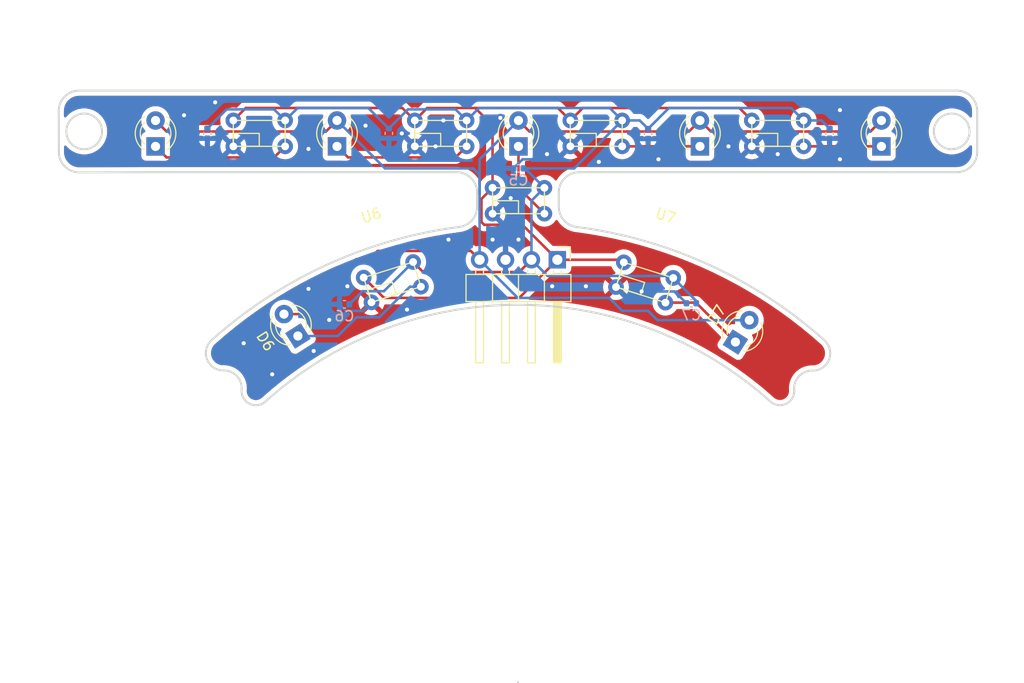
<source format=kicad_pcb>
(kicad_pcb (version 20211014) (generator pcbnew)
  (layers (0 "F.Cu" signal) (31 "B.Cu" signal) (34 "B.Paste" user) (35 "F.Paste" user) (36 "B.SilkS" user "B.Silkscreen") (37 "F.SilkS" user "F.Silkscreen") (38 "B.Mask" user) (39 "F.Mask" user) (44 "Edge.Cuts" user))
  (net 0 "")
  (net 1 "Net-(C1-Pad1)")
  (net 2 "Net-(C1-Pad2)")
  (net 3 "Net-(D1-Pad1)")
  (net 4 "Net-(D1-Pad2)")
  (net 5 "Net-(D2-Pad1)")
  (net 6 "Net-(D3-Pad1)")
  (net 7 "Net-(D4-Pad1)")
  (net 8 "Net-(D5-Pad1)")
  (net 9 "Net-(D6-Pad1)")
  (net 10 "Net-(U7-Pad1)")
  (net 11 "Net-(J1-Pad1)")
  (footprint "Line_sennsor:Line_sennsor" (layer "F.Cu") (at 166.667706 103.556395 -17.5)
    (fp_text reference "U7" (at 0 -0.5 -17.5 unlocked) (layer "F.SilkS"))
    (fp_text value "Line_sennsor")
    (fp_rect (start -2.54 6.35) (end 0 7.62) (layer "F.SilkS") (width 0.12) (fill none))
    (fp_rect (start -2.54 5.08) (end 2.54 7.62) (layer "F.SilkS") (width 0.12) (fill none))
    (pad "1" thru_hole circle (at 2.54 7.62 342.5) (size 1.524 1.524) (drill 0.762) (layers *.Cu *.Mask) (net 10 "Net-(U7-Pad1)"))
    (pad "2" thru_hole circle (at 2.54 5.08 342.5) (size 1.524 1.524) (drill 0.762) (layers *.Cu *.Mask) (net 2 "Net-(C1-Pad2)"))
    (pad "3" thru_hole circle (at -2.54 5.08 342.5) (size 1.524 1.524) (drill 0.762) (layers *.Cu *.Mask) (net 11 "Net-(J1-Pad1)"))
    (pad "4" thru_hole circle (at -2.54 7.62 342.5) (size 1.524 1.524) (drill 0.762) (layers *.Cu *.Mask) (net 1 "Net-(C1-Pad1)"))
  )
  (footprint "LED_THT:LED_D3.0mm_Clear" (layer "F.Cu") (at 134.62 96.266 90)
    (fp_text reference "D2" hide)
    (fp_text value "LED")
    (fp_line (start -0.29 1.08) (end -0.29 1.236) (layer "F.SilkS") (width 0.12))
    (fp_line (start -0.29 -1.236) (end -0.29 -1.08) (layer "F.SilkS") (width 0.12))
    (fp_arc (start 0.229039 -1.08) (mid 1.270117 -1.5) (end 2.31113 -1.079837) (layer "F.SilkS") (width 0.12))
    (fp_arc (start 2.31113 1.079837) (mid 1.270117 1.5) (end 0.229039 1.08) (layer "F.SilkS") (width 0.12))
    (fp_arc (start 2.942335 1.078608) (mid 1.366487 1.987659) (end -0.29 1.235516) (layer "F.SilkS") (width 0.12))
    (fp_arc (start -0.29 -1.235516) (mid 1.366487 -1.987659) (end 2.942335 -1.078608) (layer "F.SilkS") (width 0.12))
    (pad "1" thru_hole rect (at 0 0 90) (size 1.8 1.8) (drill 0.9) (layers *.Cu *.Mask) (net 5 "Net-(D2-Pad1)"))
    (pad "2" thru_hole circle (at 2.54 0 90) (size 1.8 1.8) (drill 0.9) (layers *.Cu *.Mask) (net 4 "Net-(D1-Pad2)"))
  )
  (footprint "Connector_PinHeader_2.54mm:PinHeader_1x04_P2.54mm_Horizontal" (layer "F.Cu") (at 156.21 107.385 -90)
    (fp_text reference "J1" hide)
    (fp_text value "Conn_01x04_Female")
    (fp_line (start 1.042929 2.16) (end 1.44 2.16) (layer "F.SilkS") (width 0.12))
    (fp_line (start 10.1 2.92) (end 4.1 2.92) (layer "F.SilkS") (width 0.12))
    (fp_line (start -1.27 0) (end -1.27 -1.27) (layer "F.SilkS") (width 0.12))
    (fp_line (start 4.1 -0.2) (end 10.1 -0.2) (layer "F.SilkS") (width 0.12))
    (fp_line (start 4.1 7.24) (end 10.1 7.24) (layer "F.SilkS") (width 0.12))
    (fp_line (start 10.1 5.46) (end 4.1 5.46) (layer "F.SilkS") (width 0.12))
    (fp_line (start 10.1 -0.38) (end 10.1 0.38) (layer "F.SilkS") (width 0.12))
    (fp_line (start 4.1 8.95) (end 4.1 -1.33) (layer "F.SilkS") (width 0.12))
    (fp_line (start 1.042929 5.46) (end 1.44 5.46) (layer "F.SilkS") (width 0.12))
    (fp_line (start 10.1 7.24) (end 10.1 8) (layer "F.SilkS") (width 0.12))
    (fp_line (start 10.1 0.38) (end 4.1 0.38) (layer "F.SilkS") (width 0.12))
    (fp_line (start 1.44 1.27) (end 4.1 1.27) (layer "F.SilkS") (width 0.12))
    (fp_line (start 4.1 -0.38) (end 10.1 -0.38) (layer "F.SilkS") (width 0.12))
    (fp_line (start 10.1 2.16) (end 10.1 2.92) (layer "F.SilkS") (width 0.12))
    (fp_line (start 10.1 4.7) (end 10.1 5.46) (layer "F.SilkS") (width 0.12))
    (fp_line (start 4.1 -0.08) (end 10.1 -0.08) (layer "F.SilkS") (width 0.12))
    (fp_line (start 4.1 2.16) (end 10.1 2.16) (layer "F.SilkS") (width 0.12))
    (fp_line (start 1.11 0.38) (end 1.44 0.38) (layer "F.SilkS") (width 0.12))
    (fp_line (start 1.44 6.35) (end 4.1 6.35) (layer "F.SilkS") (width 0.12))
    (fp_line (start 1.44 -1.33) (end 1.44 8.95) (layer "F.SilkS") (width 0.12))
    (fp_line (start 1.44 3.81) (end 4.1 3.81) (layer "F.SilkS") (width 0.12))
    (fp_line (start 4.1 0.16) (end 10.1 0.16) (layer "F.SilkS") (width 0.12))
    (fp_line (start 1.042929 4.7) (end 1.44 4.7) (layer "F.SilkS") (width 0.12))
    (fp_line (start 1.042929 7.24) (end 1.44 7.24) (layer "F.SilkS") (width 0.12))
    (fp_line (start -1.27 -1.27) (end 0 -1.27) (layer "F.SilkS") (width 0.12))
    (fp_line (start 4.1 -0.32) (end 10.1 -0.32) (layer "F.SilkS") (width 0.12))
    (fp_line (start 1.44 8.95) (end 4.1 8.95) (layer "F.SilkS") (width 0.12))
    (fp_line (start 1.042929 2.92) (end 1.44 2.92) (layer "F.SilkS") (width 0.12))
    (fp_line (start 4.1 0.28) (end 10.1 0.28) (layer "F.SilkS") (width 0.12))
    (fp_line (start 4.1 -1.33) (end 1.44 -1.33) (layer "F.SilkS") (width 0.12))
    (fp_line (start 1.042929 8) (end 1.44 8) (layer "F.SilkS") (width 0.12))
    (fp_line (start 10.1 8) (end 4.1 8) (layer "F.SilkS") (width 0.12))
    (fp_line (start 1.11 -0.38) (end 1.44 -0.38) (layer "F.SilkS") (width 0.12))
    (fp_line (start 4.1 0.04) (end 10.1 0.04) (layer "F.SilkS") (width 0.12))
    (fp_line (start 4.1 4.7) (end 10.1 4.7) (layer "F.SilkS") (width 0.12))
    (pad "1" thru_hole rect (at 0 0 270) (size 1.7 1.7) (drill 1) (layers *.Cu *.Mask) (net 11 "Net-(J1-Pad1)"))
    (pad "2" thru_hole oval (at 0 2.54 270) (size 1.7 1.7) (drill 1) (layers *.Cu *.Mask) (net 2 "Net-(C1-Pad2)"))
    (pad "3" thru_hole oval (at 0 5.08 270) (size 1.7 1.7) (drill 1) (layers *.Cu *.Mask) (net 1 "Net-(C1-Pad1)"))
    (pad "4" thru_hole oval (at 0 7.62 270) (size 1.7 1.7) (drill 1) (layers *.Cu *.Mask) (net 4 "Net-(D1-Pad2)"))
  )
  (footprint "LED_THT:LED_D3.0mm_Clear" (layer "F.Cu") (at 116.84 96.271 90)
    (fp_text reference "D1" hide)
    (fp_text value "LED")
    (fp_line (start -0.29 1.08) (end -0.29 1.236) (layer "F.SilkS") (width 0.12))
    (fp_line (start -0.29 -1.236) (end -0.29 -1.08) (layer "F.SilkS") (width 0.12))
    (fp_arc (start 2.942335 1.078608) (mid 1.366487 1.987659) (end -0.29 1.235516) (layer "F.SilkS") (width 0.12))
    (fp_arc (start 2.31113 1.079837) (mid 1.270117 1.5) (end 0.229039 1.08) (layer "F.SilkS") (width 0.12))
    (fp_arc (start -0.29 -1.235516) (mid 1.366487 -1.987659) (end 2.942335 -1.078608) (layer "F.SilkS") (width 0.12))
    (fp_arc (start 0.229039 -1.08) (mid 1.270117 -1.5) (end 2.31113 -1.079837) (layer "F.SilkS") (width 0.12))
    (pad "1" thru_hole rect (at 0 0 90) (size 1.8 1.8) (drill 0.9) (layers *.Cu *.Mask) (net 3 "Net-(D1-Pad1)"))
    (pad "2" thru_hole circle (at 2.54 0 90) (size 1.8 1.8) (drill 0.9) (layers *.Cu *.Mask) (net 4 "Net-(D1-Pad2)"))
  )
  (footprint "Line_sennsor:Line_sennsor" (layer "F.Cu") (at 160.02 88.644)
    (fp_text reference "U3" hide)
    (fp_text value "Line_sennsor")
    (fp_rect (start -2.54 6.35) (end 0 7.62) (layer "F.SilkS") (width 0.12) (fill none))
    (fp_rect (start -2.54 5.08) (end 2.54 7.62) (layer "F.SilkS") (width 0.12) (fill none))
    (pad "1" thru_hole circle (at 2.54 7.62) (size 1.524 1.524) (drill 0.762) (layers *.Cu *.Mask) (net 6 "Net-(D3-Pad1)"))
    (pad "2" thru_hole circle (at 2.54 5.08) (size 1.524 1.524) (drill 0.762) (layers *.Cu *.Mask) (net 2 "Net-(C1-Pad2)"))
    (pad "3" thru_hole circle (at -2.54 5.08) (size 1.524 1.524) (drill 0.762) (layers *.Cu *.Mask) (net 11 "Net-(J1-Pad1)"))
    (pad "4" thru_hole circle (at -2.54 7.62) (size 1.524 1.524) (drill 0.762) (layers *.Cu *.Mask) (net 1 "Net-(C1-Pad1)"))
  )
  (footprint "LED_THT:LED_D3.0mm_Clear" (layer "F.Cu") (at 152.4 96.271 90)
    (fp_text reference "D5" hide)
    (fp_text value "LED")
    (fp_line (start -0.29 1.08) (end -0.29 1.236) (layer "F.SilkS") (width 0.12))
    (fp_line (start -0.29 -1.236) (end -0.29 -1.08) (layer "F.SilkS") (width 0.12))
    (fp_arc (start 0.229039 -1.08) (mid 1.270117 -1.5) (end 2.31113 -1.079837) (layer "F.SilkS") (width 0.12))
    (fp_arc (start -0.29 -1.235516) (mid 1.366487 -1.987659) (end 2.942335 -1.078608) (layer "F.SilkS") (width 0.12))
    (fp_arc (start 2.942335 1.078608) (mid 1.366487 1.987659) (end -0.29 1.235516) (layer "F.SilkS") (width 0.12))
    (fp_arc (start 2.31113 1.079837) (mid 1.270117 1.5) (end 0.229039 1.08) (layer "F.SilkS") (width 0.12))
    (pad "1" thru_hole rect (at 0 0 90) (size 1.8 1.8) (drill 0.9) (layers *.Cu *.Mask) (net 8 "Net-(D5-Pad1)"))
    (pad "2" thru_hole circle (at 2.54 0 90) (size 1.8 1.8) (drill 0.9) (layers *.Cu *.Mask) (net 4 "Net-(D1-Pad2)"))
  )
  (footprint "Line_sennsor:Line_sennsor" (layer "F.Cu") (at 127 88.644)
    (fp_text reference "U1" hide)
    (fp_text value "Line_sennsor")
    (fp_rect (start -2.54 5.08) (end 2.54 7.62) (layer "F.SilkS") (width 0.12) (fill none))
    (fp_rect (start -2.54 6.35) (end 0 7.62) (layer "F.SilkS") (width 0.12) (fill none))
    (pad "1" thru_hole circle (at 2.54 7.62) (size 1.524 1.524) (drill 0.762) (layers *.Cu *.Mask) (net 3 "Net-(D1-Pad1)"))
    (pad "2" thru_hole circle (at 2.54 5.08) (size 1.524 1.524) (drill 0.762) (layers *.Cu *.Mask) (net 2 "Net-(C1-Pad2)"))
    (pad "3" thru_hole circle (at -2.54 5.08) (size 1.524 1.524) (drill 0.762) (layers *.Cu *.Mask) (net 11 "Net-(J1-Pad1)"))
    (pad "4" thru_hole circle (at -2.54 7.62) (size 1.524 1.524) (drill 0.762) (layers *.Cu *.Mask) (net 1 "Net-(C1-Pad1)"))
  )
  (footprint "Line_sennsor:Line_sennsor" (layer "F.Cu") (at 177.8 88.644)
    (fp_text reference "U4" hide)
    (fp_text value "Line_sennsor")
    (fp_rect (start -2.54 6.35) (end 0 7.62) (layer "F.SilkS") (width 0.12) (fill none))
    (fp_rect (start -2.54 5.08) (end 2.54 7.62) (layer "F.SilkS") (width 0.12) (fill none))
    (pad "1" thru_hole circle (at 2.54 7.62) (size 1.524 1.524) (drill 0.762) (layers *.Cu *.Mask) (net 7 "Net-(D4-Pad1)"))
    (pad "2" thru_hole circle (at 2.54 5.08) (size 1.524 1.524) (drill 0.762) (layers *.Cu *.Mask) (net 2 "Net-(C1-Pad2)"))
    (pad "3" thru_hole circle (at -2.54 5.08) (size 1.524 1.524) (drill 0.762) (layers *.Cu *.Mask) (net 11 "Net-(J1-Pad1)"))
    (pad "4" thru_hole circle (at -2.54 7.62) (size 1.524 1.524) (drill 0.762) (layers *.Cu *.Mask) (net 1 "Net-(C1-Pad1)"))
  )
  (footprint "Line_sennsor:Line_sennsor" (layer "F.Cu") (at 138.127367 103.524383 17.5)
    (fp_text reference "U6" (at 0 -0.5 17.5 unlocked) (layer "F.SilkS"))
    (fp_text value "Line_sennsor")
    (fp_rect (start -2.54 5.08) (end 2.54 7.62) (layer "F.SilkS") (width 0.12) (fill none))
    (fp_rect (start -2.54 6.35) (end 0 7.62) (layer "F.SilkS") (width 0.12) (fill none))
    (pad "1" thru_hole circle (at 2.54 7.62 17.5) (size 1.524 1.524) (drill 0.762) (layers *.Cu *.Mask) (net 9 "Net-(D6-Pad1)"))
    (pad "2" thru_hole circle (at 2.54 5.08 17.5) (size 1.524 1.524) (drill 0.762) (layers *.Cu *.Mask) (net 2 "Net-(C1-Pad2)"))
    (pad "3" thru_hole circle (at -2.54 5.08 17.5) (size 1.524 1.524) (drill 0.762) (layers *.Cu *.Mask) (net 11 "Net-(J1-Pad1)"))
    (pad "4" thru_hole circle (at -2.54 7.62 17.5) (size 1.524 1.524) (drill 0.762) (layers *.Cu *.Mask) (net 1 "Net-(C1-Pad1)"))
  )
  (footprint "LED_THT:LED_D3.0mm_Clear" (layer "F.Cu") (at 173.655073 115.451318 57.5)
    (fp_text reference "D7" (at 1.27 -2.96 57.5) (layer "F.SilkS"))
    (fp_text value "LED")
    (fp_line (start -0.29 -1.236) (end -0.29 -1.08) (layer "F.SilkS") (width 0.12))
    (fp_line (start -0.29 1.08) (end -0.29 1.236) (layer "F.SilkS") (width 0.12))
    (fp_arc (start -0.29 -1.235516) (mid 1.366487 -1.987659) (end 2.942335 -1.078608) (layer "F.SilkS") (width 0.12))
    (fp_arc (start 0.229039 -1.08) (mid 1.270117 -1.5) (end 2.31113 -1.079837) (layer "F.SilkS") (width 0.12))
    (fp_arc (start 2.942335 1.078608) (mid 1.366487 1.987659) (end -0.29 1.235516) (layer "F.SilkS") (width 0.12))
    (fp_arc (start 2.31113 1.079837) (mid 1.270117 1.5) (end 0.229039 1.08) (layer "F.SilkS") (width 0.12))
    (pad "1" thru_hole rect (at 0 0 57.5) (size 1.8 1.8) (drill 0.9) (layers *.Cu *.Mask) (net 10 "Net-(U7-Pad1)"))
    (pad "2" thru_hole circle (at 2.54 0 57.5) (size 1.8 1.8) (drill 0.9) (layers *.Cu *.Mask) (net 4 "Net-(D1-Pad2)"))
  )
  (footprint "LED_THT:LED_D3.0mm_Clear" (layer "F.Cu") (at 187.96 96.271 90)
    (fp_text reference "D4" hide)
    (fp_text value "LED")
    (fp_line (start -0.29 1.08) (end -0.29 1.236) (layer "F.SilkS") (width 0.12))
    (fp_line (start -0.29 -1.236) (end -0.29 -1.08) (layer "F.SilkS") (width 0.12))
    (fp_arc (start 0.229039 -1.08) (mid 1.270117 -1.5) (end 2.31113 -1.079837) (layer "F.SilkS") (width 0.12))
    (fp_arc (start -0.29 -1.235516) (mid 1.366487 -1.987659) (end 2.942335 -1.078608) (layer "F.SilkS") (width 0.12))
    (fp_arc (start 2.942335 1.078608) (mid 1.366487 1.987659) (end -0.29 1.235516) (layer "F.SilkS") (width 0.12))
    (fp_arc (start 2.31113 1.079837) (mid 1.270117 1.5) (end 0.229039 1.08) (layer "F.SilkS") (width 0.12))
    (pad "1" thru_hole rect (at 0 0 90) (size 1.8 1.8) (drill 0.9) (layers *.Cu *.Mask) (net 7 "Net-(D4-Pad1)"))
    (pad "2" thru_hole circle (at 2.54 0 90) (size 1.8 1.8) (drill 0.9) (layers *.Cu *.Mask) (net 4 "Net-(D1-Pad2)"))
  )
  (footprint "Line_sennsor:Line_sennsor" (layer "F.Cu") (at 152.4 95.248)
    (fp_text reference "U5" hide)
    (fp_text value "Line_sennsor")
    (fp_rect (start -2.54 6.35) (end 0 7.62) (layer "F.SilkS") (width 0.12) (fill none))
    (fp_rect (start -2.54 5.08) (end 2.54 7.62) (layer "F.SilkS") (width 0.12) (fill none))
    (pad "1" thru_hole circle (at 2.54 7.62) (size 1.524 1.524) (drill 0.762) (layers *.Cu *.Mask) (net 8 "Net-(D5-Pad1)"))
    (pad "2" thru_hole circle (at 2.54 5.08) (size 1.524 1.524) (drill 0.762) (layers *.Cu *.Mask) (net 2 "Net-(C1-Pad2)"))
    (pad "3" thru_hole circle (at -2.54 5.08) (size 1.524 1.524) (drill 0.762) (layers *.Cu *.Mask) (net 11 "Net-(J1-Pad1)"))
    (pad "4" thru_hole circle (at -2.54 7.62) (size 1.524 1.524) (drill 0.762) (layers *.Cu *.Mask) (net 1 "Net-(C1-Pad1)"))
  )
  (footprint "Line_sennsor:Line_sennsor" (layer "F.Cu") (at 144.78 88.644)
    (fp_text reference "U2" hide)
    (fp_text value "Line_sennsor")
    (fp_rect (start -2.54 6.35) (end 0 7.62) (layer "F.SilkS") (width 0.12) (fill none))
    (fp_rect (start -2.54 5.08) (end 2.54 7.62) (layer "F.SilkS") (width 0.12) (fill none))
    (pad "1" thru_hole circle (at 2.54 7.62) (size 1.524 1.524) (drill 0.762) (layers *.Cu *.Mask) (net 5 "Net-(D2-Pad1)"))
    (pad "2" thru_hole circle (at 2.54 5.08) (size 1.524 1.524) (drill 0.762) (layers *.Cu *.Mask) (net 2 "Net-(C1-Pad2)"))
    (pad "3" thru_hole circle (at -2.54 5.08) (size 1.524 1.524) (drill 0.762) (layers *.Cu *.Mask) (net 11 "Net-(J1-Pad1)"))
    (pad "4" thru_hole circle (at -2.54 7.62) (size 1.524 1.524) (drill 0.762) (layers *.Cu *.Mask) (net 1 "Net-(C1-Pad1)"))
  )
  (footprint "LED_THT:LED_D3.0mm_Clear" (layer "F.Cu") (at 130.78707 114.858566 122.5)
    (fp_text reference "D6" (at 1.27 -2.96 122.5) (layer "F.SilkS"))
    (fp_text value "LED")
    (fp_line (start -0.29 -1.236) (end -0.29 -1.08) (layer "F.SilkS") (width 0.12))
    (fp_line (start -0.29 1.08) (end -0.29 1.236) (layer "F.SilkS") (width 0.12))
    (fp_arc (start -0.29 -1.235516) (mid 1.366488 -1.987659) (end 2.942335 -1.078608) (layer "F.SilkS") (width 0.12))
    (fp_arc (start 2.31113 1.079837) (mid 1.270118 1.5) (end 0.229039 1.08) (layer "F.SilkS") (width 0.12))
    (fp_arc (start 2.942335 1.078608) (mid 1.366488 1.987659) (end -0.29 1.235516) (layer "F.SilkS") (width 0.12))
    (fp_arc (start 0.229039 -1.08) (mid 1.270118 -1.5) (end 2.31113 -1.079837) (layer "F.SilkS") (width 0.12))
    (pad "1" thru_hole rect (at 0 0 122.5) (size 1.8 1.8) (drill 0.9) (layers *.Cu *.Mask) (net 9 "Net-(D6-Pad1)"))
    (pad "2" thru_hole circle (at 2.54 0 122.5) (size 1.8 1.8) (drill 0.9) (layers *.Cu *.Mask) (net 4 "Net-(D1-Pad2)"))
  )
  (footprint "LED_THT:LED_D3.0mm_Clear" (layer "F.Cu") (at 170.18 96.271 90)
    (fp_text reference "D3" hide)
    (fp_text value "LED")
    (fp_line (start -0.29 1.08) (end -0.29 1.236) (layer "F.SilkS") (width 0.12))
    (fp_line (start -0.29 -1.236) (end -0.29 -1.08) (layer "F.SilkS") (width 0.12))
    (fp_arc (start 0.229039 -1.08) (mid 1.270117 -1.5) (end 2.31113 -1.079837) (layer "F.SilkS") (width 0.12))
    (fp_arc (start 2.31113 1.079837) (mid 1.270117 1.5) (end 0.229039 1.08) (layer "F.SilkS") (width 0.12))
    (fp_arc (start -0.29 -1.235516) (mid 1.366487 -1.987659) (end 2.942335 -1.078608) (layer "F.SilkS") (width 0.12))
    (fp_arc (start 2.942335 1.078608) (mid 1.366487 1.987659) (end -0.29 1.235516) (layer "F.SilkS") (width 0.12))
    (pad "1" thru_hole rect (at 0 0 90) (size 1.8 1.8) (drill 0.9) (layers *.Cu *.Mask) (net 6 "Net-(D3-Pad1)"))
    (pad "2" thru_hole circle (at 2.54 0 90) (size 1.8 1.8) (drill 0.9) (layers *.Cu *.Mask) (net 4 "Net-(D1-Pad2)"))
  )
  (footprint "Capacitor_SMD:C_0402_1005Metric" (layer "B.Cu") (at 121.92 94.996 90)
    (fp_text reference "C1" hide)
    (fp_text value "C_Small")
    (fp_line (start -0.107836 -0.36) (end 0.107836 -0.36) (layer "B.SilkS") (width 0.12))
    (fp_line (start -0.107836 0.36) (end 0.107836 0.36) (layer "B.SilkS") (width 0.12))
    (pad "1" smd roundrect (at -0.48 0 90) (size 0.56 0.62) (layers "B.Cu" "B.Paste" "B.Mask") (net 1 "Net-(C1-Pad1)"))
    (pad "2" smd roundrect (at 0.48 0 90) (size 0.56 0.62) (layers "B.Cu" "B.Paste" "B.Mask") (net 2 "Net-(C1-Pad2)"))
  )
  (footprint "Capacitor_SMD:C_0402_1005Metric" (layer "B.Cu") (at 152.4 98.425)
    (fp_text reference "C5" (at 0 1.16) (layer "B.SilkS") (effects (justify mirror)))
    (fp_text value "C_Small")
    (fp_line (start -0.107836 -0.36) (end 0.107836 -0.36) (layer "B.SilkS") (width 0.12))
    (fp_line (start -0.107836 0.36) (end 0.107836 0.36) (layer "B.SilkS") (width 0.12))
    (pad "1" smd roundrect (at -0.48 0) (size 0.56 0.62) (layers "B.Cu" "B.Paste" "B.Mask") (net 1 "Net-(C1-Pad1)"))
    (pad "2" smd roundrect (at 0.48 0) (size 0.56 0.62) (layers "B.Cu" "B.Paste" "B.Mask") (net 2 "Net-(C1-Pad2)"))
  )
  (footprint "Capacitor_SMD:C_0402_1005Metric" (layer "B.Cu") (at 169.335255 111.650118)
    (fp_text reference "C7" (at 0 1.16) (layer "B.SilkS") (effects (justify mirror)))
    (fp_text value "C_Small")
    (fp_line (start -0.107836 0.36) (end 0.107836 0.36) (layer "B.SilkS") (width 0.12))
    (fp_line (start -0.107836 -0.36) (end 0.107836 -0.36) (layer "B.SilkS") (width 0.12))
    (pad "1" smd roundrect (at -0.48 0) (size 0.56 0.62) (layers "B.Cu" "B.Paste" "B.Mask") (net 1 "Net-(C1-Pad1)"))
    (pad "2" smd roundrect (at 0.48 0) (size 0.56 0.62) (layers "B.Cu" "B.Paste" "B.Mask") (net 2 "Net-(C1-Pad2)"))
  )
  (footprint "Capacitor_SMD:C_0402_1005Metric" (layer "B.Cu") (at 182.88 94.996 90)
    (fp_text reference "C4" hide)
    (fp_text value "C_Small")
    (fp_line (start -0.107836 -0.36) (end 0.107836 -0.36) (layer "B.SilkS") (width 0.12))
    (fp_line (start -0.107836 0.36) (end 0.107836 0.36) (layer "B.SilkS") (width 0.12))
    (pad "1" smd roundrect (at -0.48 0 90) (size 0.56 0.62) (layers "B.Cu" "B.Paste" "B.Mask") (net 1 "Net-(C1-Pad1)"))
    (pad "2" smd roundrect (at 0.48 0 90) (size 0.56 0.62) (layers "B.Cu" "B.Paste" "B.Mask") (net 2 "Net-(C1-Pad2)"))
  )
  (footprint "Capacitor_SMD:C_0402_1005Metric" (layer "B.Cu") (at 165.1 95.024 90)
    (fp_text reference "C3" hide)
    (fp_text value "C_Small")
    (fp_line (start -0.107836 -0.36) (end 0.107836 -0.36) (layer "B.SilkS") (width 0.12))
    (fp_line (start -0.107836 0.36) (end 0.107836 0.36) (layer "B.SilkS") (width 0.12))
    (pad "1" smd roundrect (at -0.48 0 90) (size 0.56 0.62) (layers "B.Cu" "B.Paste" "B.Mask") (net 1 "Net-(C1-Pad1)"))
    (pad "2" smd roundrect (at 0.48 0 90) (size 0.56 0.62) (layers "B.Cu" "B.Paste" "B.Mask") (net 2 "Net-(C1-Pad2)"))
  )
  (footprint "Capacitor_SMD:C_0402_1005Metric" (layer "B.Cu") (at 139.7 94.996 90)
    (fp_text reference "C2" hide)
    (fp_text value "C_Small")
    (fp_line (start -0.107836 0.36) (end 0.107836 0.36) (layer "B.SilkS") (width 0.12))
    (fp_line (start -0.107836 -0.36) (end 0.107836 -0.36) (layer "B.SilkS") (width 0.12))
    (pad "1" smd roundrect (at -0.48 0 90) (size 0.56 0.62) (layers "B.Cu" "B.Paste" "B.Mask") (net 1 "Net-(C1-Pad1)"))
    (pad "2" smd roundrect (at 0.48 0 90) (size 0.56 0.62) (layers "B.Cu" "B.Paste" "B.Mask") (net 2 "Net-(C1-Pad2)"))
  )
  (footprint "Capacitor_SMD:C_0402_1005Metric" (layer "B.Cu") (at 135.348462 111.752844)
    (fp_text reference "C6" (at 0 1.16) (layer "B.SilkS") (effects (justify mirror)))
    (fp_text value "C_Small")
    (fp_line (start -0.107836 -0.36) (end 0.107836 -0.36) (layer "B.SilkS") (width 0.12))
    (fp_line (start -0.107836 0.36) (end 0.107836 0.36) (layer "B.SilkS") (width 0.12))
    (pad "1" smd roundrect (at -0.48 0) (size 0.56 0.62) (layers "B.Cu" "B.Paste" "B.Mask") (net 1 "Net-(C1-Pad1)"))
    (pad "2" smd roundrect (at 0.48 0) (size 0.56 0.62) (layers "B.Cu" "B.Paste" "B.Mask") (net 2 "Net-(C1-Pad2)"))
  )
  (gr_arc (start 127.606102 121.287783) (mid 126.047202 121.500655) (end 125.274857 120.129901) (layer "Edge.Cuts") (width 0.2))
  (gr_arc (start 148.346772 102.184136) (mid 147.848544 103.505) (end 146.602091 104.167772) (layer "Edge.Cuts") (width 0.2))
  (gr_line (start 195.346773 90.799584) (end 109.354167 90.799584) (layer "Edge.Cuts") (width 0.2))
  (gr_circle (center 109.846771 94.799584) (end 111.596771 94.799584) (layer "Edge.Cuts") (width 0.2) (fill none))
  (gr_arc (start 123.500268 118.23405) (mid 121.887827 117.155053) (end 122.336733 115.267546) (layer "Edge.Cuts") (width 0.2))
  (gr_line (start 156.346772 102.184136) (end 156.346772 101.799584) (layer "Edge.Cuts") (width 0.2))
  (gr_line (start 115.346771 98.799585) (end 146.346772 98.799585) (layer "Edge.Cuts") (width 0.2))
  (gr_arc (start 197.346773 96.799584) (mid 196.760987 98.213799) (end 195.346773 98.799584) (layer "Edge.Cuts") (width 0.2))
  (gr_arc (start 123.500268 118.23405) (mid 124.808589 118.787878) (end 125.274857 120.129901) (layer "Edge.Cuts") (width 0.2))
  (gr_line (start 158.346772 98.799585) (end 189.108902 98.799584) (layer "Edge.Cuts") (width 0.2))
  (gr_arc (start 109.376393 98.82162) (mid 107.960027 98.241057) (end 107.369025 96.829015) (layer "Edge.Cuts") (width 0.2))
  (gr_arc (start 122.336733 115.267546) (mid 133.627765 107.877723) (end 146.602091 104.167772) (layer "Edge.Cuts") (width 0.2))
  (gr_circle (center 152.346772 148.799585) (end 152.446772 148.799585) (layer "Edge.Cuts") (width 0.0001) (fill solid))
  (gr_line (start 189.108902 98.799584) (end 195.346773 98.799584) (layer "Edge.Cuts") (width 0.2))
  (gr_arc (start 195.346773 90.799584) (mid 196.760986 91.385371) (end 197.346773 92.799584) (layer "Edge.Cuts") (width 0.2))
  (gr_arc (start 179.415549 120.135925) (mid 178.638237 121.499221) (end 177.08368 121.284401) (layer "Edge.Cuts") (width 0.2))
  (gr_line (start 148.346772 100.799585) (end 148.346772 102.184136) (layer "Edge.Cuts") (width 0.2))
  (gr_circle (center 194.846773 94.799584) (end 196.596773 94.799584) (layer "Edge.Cuts") (width 0.2) (fill none))
  (gr_arc (start 127.606102 121.287783) (mid 152.344243 111.799585) (end 177.08368 121.284401) (layer "Edge.Cuts") (width 0.2))
  (gr_arc (start 107.35418 92.806966) (mid 107.937346 91.387983) (end 109.354167 90.799584) (layer "Edge.Cuts") (width 0.2))
  (gr_arc (start 182.378183 115.286686) (mid 182.823994 117.179145) (end 181.202633 118.252234) (layer "Edge.Cuts") (width 0.2))
  (gr_line (start 156.346772 101.799584) (end 156.346772 100.799585) (layer "Edge.Cuts") (width 0.2))
  (gr_arc (start 146.346772 98.799585) (mid 147.760986 99.385371) (end 148.346772 100.799585) (layer "Edge.Cuts") (width 0.2))
  (gr_arc (start 158.091453 104.167772) (mid 171.078823 107.883692) (end 182.378183 115.286686) (layer "Edge.Cuts") (width 0.2))
  (gr_arc (start 158.091453 104.167772) (mid 156.845 103.505) (end 156.346772 102.184136) (layer "Edge.Cuts") (width 0.2))
  (gr_arc (start 156.346772 100.799585) (mid 156.932558 99.385371) (end 158.346772 98.799585) (layer "Edge.Cuts") (width 0.2))
  (gr_line (start 107.35418 92.806966) (end 107.369025 96.829015) (layer "Edge.Cuts") (width 0.2))
  (gr_line (start 197.346773 96.799584) (end 197.346773 92.799584) (layer "Edge.Cuts") (width 0.2))
  (gr_line (start 109.376393 98.82162) (end 115.346771 98.799585) (layer "Edge.Cuts") (width 0.2))
  (gr_arc (start 179.415549 120.135925) (mid 179.890817 118.797252) (end 181.202633 118.252234) (layer "Edge.Cuts") (width 0.2))
  (via (at 128.27 118.618) (size 0.8) (drill 0.4) (layers "F.Cu" "B.Cu") (net 1))
  (via (at 164.465 110.49) (size 0.8) (drill 0.4) (layers "F.Cu" "B.Cu") (net 1))
  (via (at 160.274 97.79) (size 0.8) (drill 0.4) (layers "F.Cu" "B.Cu") (net 1))
  (via (at 125.476 115.57) (size 0.8) (drill 0.4) (layers "F.Cu" "B.Cu") (net 1))
  (via (at 132.334 116.332) (size 0.8) (drill 0.4) (layers "F.Cu" "B.Cu") (net 1))
  (via (at 131.826 96.52) (size 0.8) (drill 0.4) (layers "F.Cu" "B.Cu") (net 1))
  (via (at 144.272 96.266) (size 0.8) (drill 0.4) (layers "F.Cu" "B.Cu") (net 1))
  (via (at 135.636 109.982) (size 0.8) (drill 0.4) (layers "F.Cu" "B.Cu") (net 1))
  (via (at 137.414 94.234) (size 0.8) (drill 0.4) (layers "F.Cu" "B.Cu") (net 1))
  (via (at 119.634 93.218) (size 0.8) (drill 0.4) (layers "F.Cu" "B.Cu") (net 1))
  (via (at 141.478 112.268) (size 0.8) (drill 0.4) (layers "F.Cu" "B.Cu") (net 1))
  (via (at 145.542 105.41) (size 0.8) (drill 0.4) (layers "F.Cu" "B.Cu") (net 1))
  (via (at 149.86 105.41) (size 0.8) (drill 0.4) (layers "F.Cu" "B.Cu") (net 1))
  (via (at 183.896 97.536) (size 0.8) (drill 0.4) (layers "F.Cu" "B.Cu") (net 1))
  (via (at 131.826 110.236) (size 0.8) (drill 0.4) (layers "F.Cu" "B.Cu") (net 1))
  (via (at 152.4 105.41) (size 0.8) (drill 0.4) (layers "F.Cu" "B.Cu") (net 1))
  (via (at 150.622 93.472) (size 0.8) (drill 0.4) (layers "F.Cu" "B.Cu") (net 1))
  (via (at 140.97 94.996) (size 0.8) (drill 0.4) (layers "F.Cu" "B.Cu") (net 1))
  (via (at 151.638 101.346) (size 0.8) (drill 0.4) (layers "F.Cu" "B.Cu") (net 1))
  (via (at 133.858 113.284) (size 0.8) (drill 0.4) (layers "F.Cu" "B.Cu") (net 1))
  (via (at 166.116 97.536) (size 0.8) (drill 0.4) (layers "F.Cu" "B.Cu") (net 1))
  (via (at 172.974 96.266) (size 0.8) (drill 0.4) (layers "F.Cu" "B.Cu") (net 1))
  (via (at 155.702 109.982) (size 0.8) (drill 0.4) (layers "F.Cu" "B.Cu") (net 1))
  (via (at 159.004 109.982) (size 0.8) (drill 0.4) (layers "F.Cu" "B.Cu") (net 1))
  (via (at 122.682 91.948) (size 0.8) (drill 0.4) (layers "F.Cu" "B.Cu") (net 1))
  (via (at 155.194 97.028) (size 0.8) (drill 0.4) (layers "F.Cu" "B.Cu") (net 1))
  (via (at 183.896 92.71) (size 0.8) (drill 0.4) (layers "F.Cu" "B.Cu") (net 1))
  (via (at 145.034 93.726) (size 0.8) (drill 0.4) (layers "F.Cu" "B.Cu") (net 1))
  (via (at 177.8 97.028) (size 0.8) (drill 0.4) (layers "F.Cu" "B.Cu") (net 1))
  (segment (start 167.695137 110.49) (end 164.465 110.49) (width 0.25) (layer "B.Cu") (net 1))
  (segment (start 151.92 98.425) (end 151.92 98.41807) (width 0.25) (layer "B.Cu") (net 1))
  (segment (start 134.868462 111.752844) (end 134.868462 111.759774) (width 0.25) (layer "B.Cu") (net 1))
  (segment (start 152.80207 97.536) (end 154.686 97.536) (width 0.25) (layer "B.Cu") (net 1))
  (segment (start 145.034 93.726) (end 146.118511 94.810511) (width 0.25) (layer "B.Cu") (net 1))
  (segment (start 146.118511 94.810511) (end 149.283489 94.810511) (width 0.25) (layer "B.Cu") (net 1))
  (segment (start 149.283489 94.810511) (end 150.622 93.472) (width 0.25) (layer "B.Cu") (net 1))
  (segment (start 151.92 98.41807) (end 152.80207 97.536) (width 0.25) (layer "B.Cu") (net 1))
  (segment (start 135.503688 112.395) (end 137.156803 112.395) (width 0.25) (layer "B.Cu") (net 1))
  (segment (start 154.686 97.536) (end 155.194 97.028) (width 0.25) (layer "B.Cu") (net 1))
  (segment (start 137.156803 112.395) (end 137.996304 111.555499) (width 0.25) (layer "B.Cu") (net 1))
  (segment (start 134.868462 111.759774) (end 135.503688 112.395) (width 0.25) (layer "B.Cu") (net 1))
  (segment (start 168.855255 111.650118) (end 167.695137 110.49) (width 0.25) (layer "B.Cu") (net 1))
  (segment (start 152.47 108.585) (end 143.056922 108.585) (width 0.25) (layer "F.Cu") (net 2))
  (segment (start 153.67 107.385) (end 152.47 108.585) (width 0.25) (layer "F.Cu") (net 2))
  (segment (start 143.056922 108.585) (end 142.077394 107.605472) (width 0.25) (layer "F.Cu") (net 2))
  (segment (start 169.815255 111.417763) (end 169.815255 111.650118) (width 0.25) (layer "B.Cu") (net 2))
  (segment (start 154.94 100.328) (end 153.037 98.425) (width 0.25) (layer "B.Cu") (net 2))
  (segment (start 157.859 98.425) (end 162.56 93.724) (width 0.25) (layer "B.Cu") (net 2))
  (segment (start 164.28 93.724) (end 165.1 94.544) (width 0.25) (layer "B.Cu") (net 2))
  (segment (start 180.34 93.724) (end 182.088 93.724) (width 0.25) (layer "B.Cu") (net 2))
  (segment (start 153.67 107.385) (end 153.67 101.598) (width 0.25) (layer "B.Cu") (net 2))
  (segment (start 152.88 98.425) (end 157.859 98.425) (width 0.25) (layer "B.Cu") (net 2))
  (segment (start 137.112318 110.468988) (end 139.213878 110.468988) (width 0.25) (layer "B.Cu") (net 2))
  (segment (start 146.233489 92.637489) (end 141.578511 92.637489) (width 0.25) (layer "B.Cu") (net 2))
  (segment (start 167.137511 92.506489) (end 179.122489 92.506489) (width 0.25) (layer "B.Cu") (net 2))
  (segment (start 153.67 107.385) (end 155.258414 108.973414) (width 0.25) (layer "B.Cu") (net 2))
  (segment (start 141.578511 92.637489) (end 139.7 94.516) (width 0.25) (layer "B.Cu") (net 2))
  (segment (start 148.537511 92.506489) (end 147.32 93.724) (width 0.25) (layer "B.Cu") (net 2))
  (segment (start 165.1 94.544) (end 167.137511 92.506489) (width 0.25) (layer "B.Cu") (net 2))
  (segment (start 130.762511 92.501489) (end 129.54 93.724) (width 0.25) (layer "B.Cu") (net 2))
  (segment (start 135.828462 111.752844) (end 137.112318 110.468988) (width 0.25) (layer "B.Cu") (net 2))
  (segment (start 137.685489 92.501489) (end 130.762511 92.501489) (width 0.25) (layer "B.Cu") (net 2))
  (segment (start 179.122489 92.506489) (end 180.34 93.724) (width 0.25) (layer "B.Cu") (net 2))
  (segment (start 129.54 93.724) (end 128.453489 92.637489) (width 0.25) (layer "B.Cu") (net 2))
  (segment (start 153.037 98.425) (end 152.88 98.425) (width 0.25) (layer "B.Cu") (net 2))
  (segment (start 123.798511 92.637489) (end 121.92 94.516) (width 0.25) (layer "B.Cu") (net 2))
  (segment (start 155.258414 108.973414) (end 167.370906 108.973414) (width 0.25) (layer "B.Cu") (net 2))
  (segment (start 153.67 101.598) (end 154.94 100.328) (width 0.25) (layer "B.Cu") (net 2))
  (segment (start 147.32 93.724) (end 146.233489 92.637489) (width 0.25) (layer "B.Cu") (net 2))
  (segment (start 128.453489 92.637489) (end 123.798511 92.637489) (width 0.25) (layer "B.Cu") (net 2))
  (segment (start 139.7 94.516) (end 137.685489 92.501489) (width 0.25) (layer "B.Cu") (net 2))
  (segment (start 167.562562 109.16507) (end 169.815255 111.417763) (width 0.25) (layer "B.Cu") (net 2))
  (segment (start 162.56 93.724) (end 161.342489 92.506489) (width 0.25) (layer "B.Cu") (net 2))
  (segment (start 161.342489 92.506489) (end 148.537511 92.506489) (width 0.25) (layer "B.Cu") (net 2))
  (segment (start 139.213878 110.468988) (end 142.077394 107.605472) (width 0.25) (layer "B.Cu") (net 2))
  (segment (start 182.088 93.724) (end 182.88 94.516) (width 0.25) (layer "B.Cu") (net 2))
  (segment (start 162.56 93.724) (end 164.28 93.724) (width 0.25) (layer "B.Cu") (net 2))
  (segment (start 167.370906 108.973414) (end 167.562562 109.16507) (width 0.25) (layer "B.Cu") (net 2))
  (segment (start 117.919511 97.350511) (end 128.453489 97.350511) (width 0.25) (layer "F.Cu") (net 3))
  (segment (start 116.84 96.271) (end 117.919511 97.350511) (width 0.25) (layer "F.Cu") (net 3))
  (segment (start 128.453489 97.350511) (end 129.54 96.264) (width 0.25) (layer "F.Cu") (net 3))
  (segment (start 186.880489 94.810511) (end 187.96 93.731) (width 0.25) (layer "F.Cu") (net 4))
  (segment (start 137.795 107.315) (end 136.525 107.315) (width 0.25) (layer "F.Cu") (net 4))
  (segment (start 134.62 93.726) (end 133.535489 94.810511) (width 0.25) (layer "F.Cu") (net 4))
  (segment (start 138.591039 106.518961) (end 137.795 107.315) (width 0.25) (layer "F.Cu") (net 4))
  (segment (start 131.123648 112.716352) (end 129.422329 112.716352) (width 0.25) (layer "F.Cu") (net 4))
  (segment (start 147.723961 106.518961) (end 138.591039 106.518961) (width 0.25) (layer "F.Cu") (net 4))
  (segment (start 171.259511 94.810511) (end 186.880489 94.810511) (width 0.25) (layer "F.Cu") (net 4))
  (segment (start 136.525 107.315) (end 131.123648 112.716352) (width 0.25) (layer "F.Cu") (net 4))
  (segment (start 170.18 93.731) (end 171.259511 94.810511) (width 0.25) (layer "F.Cu") (net 4))
  (segment (start 152.4 93.731) (end 153.479511 94.810511) (width 0.25) (layer "F.Cu") (net 4))
  (segment (start 169.100489 94.810511) (end 170.18 93.731) (width 0.25) (layer "F.Cu") (net 4))
  (segment (start 133.535489 94.810511) (end 117.919511 94.810511) (width 0.25) (layer "F.Cu") (net 4))
  (segment (start 153.479511 94.810511) (end 169.100489 94.810511) (width 0.25) (layer "F.Cu") (net 4))
  (segment (start 148.59 107.385) (end 147.723961 106.518961) (width 0.25) (layer "F.Cu") (net 4))
  (segment (start 117.919511 94.810511) (end 116.84 93.731) (width 0.25) (layer "F.Cu") (net 4))
  (segment (start 175.019814 113.309104) (end 166.014104 113.309104) (width 0.25) (layer "B.Cu") (net 4))
  (segment (start 161.29 111.125) (end 152.33 111.125) (width 0.25) (layer "B.Cu") (net 4))
  (segment (start 147.955 98.425) (end 148.59 99.06) (width 0.25) (layer "B.Cu") (net 4))
  (segment (start 166.014104 113.309104) (end 165.1 112.395) (width 0.25) (layer "B.Cu") (net 4))
  (segment (start 162.56 112.395) (end 161.29 111.125) (width 0.25) (layer "B.Cu") (net 4))
  (segment (start 148.59 100.965) (end 148.59 99.695) (width 0.25) (layer "B.Cu") (net 4))
  (segment (start 152.33 111.125) (end 148.59 107.385) (width 0.25) (layer "B.Cu") (net 4))
  (segment (start 134.62 93.726) (end 139.319 98.425) (width 0.25) (layer "B.Cu") (net 4))
  (segment (start 152.4 93.731) (end 148.59 97.541) (width 0.25) (layer "B.Cu") (net 4))
  (segment (start 148.59 97.541) (end 148.59 100.965) (width 0.25) (layer "B.Cu") (net 4))
  (segment (start 148.59 107.385) (end 148.59 100.965) (width 0.25) (layer "B.Cu") (net 4))
  (segment (start 148.59 99.06) (end 148.59 99.695) (width 0.25) (layer "B.Cu") (net 4))
  (segment (start 139.319 98.425) (end 147.955 98.425) (width 0.25) (layer "B.Cu") (net 4))
  (segment (start 165.1 112.395) (end 162.56 112.395) (width 0.25) (layer "B.Cu") (net 4))
  (segment (start 134.62 96.266) (end 135.704511 97.350511) (width 0.25) (layer "F.Cu") (net 5))
  (segment (start 146.233489 97.350511) (end 147.32 96.264) (width 0.25) (layer "F.Cu") (net 5))
  (segment (start 135.704511 97.350511) (end 146.233489 97.350511) (width 0.25) (layer "F.Cu") (net 5))
  (segment (start 170.173 96.264) (end 170.18 96.271) (width 0.25) (layer "F.Cu") (net 6))
  (segment (start 162.56 96.264) (end 170.173 96.264) (width 0.25) (layer "F.Cu") (net 6))
  (segment (start 187.953 96.264) (end 187.96 96.271) (width 0.25) (layer "F.Cu") (net 7))
  (segment (start 180.34 96.264) (end 187.953 96.264) (width 0.25) (layer "F.Cu") (net 7))
  (segment (start 152.4 96.271) (end 152.4 100.328) (width 0.25) (layer "F.Cu") (net 8))
  (segment (start 152.4 100.328) (end 154.94 102.868) (width 0.25) (layer "F.Cu") (net 8))
  (segment (start 142.841186 110.027913) (end 141.763556 110.027913) (width 0.25) (layer "B.Cu") (net 9))
  (segment (start 136.525 113.03) (end 134.696434 114.858566) (width 0.25) (layer "B.Cu") (net 9))
  (segment (start 141.763556 110.027913) (end 138.761469 113.03) (width 0.25) (layer "B.Cu") (net 9))
  (segment (start 138.761469 113.03) (end 136.525 113.03) (width 0.25) (layer "B.Cu") (net 9))
  (segment (start 134.696434 114.858566) (end 130.78707 114.858566) (width 0.25) (layer "B.Cu") (net 9))
  (segment (start 169.791266 111.587511) (end 173.655073 115.451318) (width 0.25) (layer "F.Cu") (net 10))
  (segment (start 166.798769 111.587511) (end 169.791266 111.587511) (width 0.25) (layer "F.Cu") (net 10))
  (segment (start 149.86 100.328) (end 149.86 94.207978) (width 0.25) (layer "F.Cu") (net 11))
  (segment (start 142.24 93.724) (end 141.017489 92.501489) (width 0.25) (layer "F.Cu") (net 11))
  (segment (start 139.224453 111.125) (end 137.232511 109.133058) (width 0.25) (layer "F.Cu") (net 11))
  (segment (start 149.86 94.207978) (end 148.158511 92.506489) (width 0.25) (layer "F.Cu") (net 11))
  (segment (start 148.158511 92.506489) (end 156.262489 92.506489) (width 0.25) (layer "F.Cu") (net 11))
  (segment (start 162.465195 107.385) (end 162.717679 107.637484) (width 0.25) (layer "F.Cu") (net 11))
  (segment (start 152.47 111.125) (end 139.224453 111.125) (width 0.25) (layer "F.Cu") (net 11))
  (segment (start 156.21 107.385) (end 152.779511 103.954511) (width 0.25) (layer "F.Cu") (net 11))
  (segment (start 148.773489 103.688489) (end 148.773489 101.414511) (width 0.25) (layer "F.Cu") (net 11))
  (segment (start 149.039511 103.954511) (end 148.773489 103.688489) (width 0.25) (layer "F.Cu") (net 11))
  (segment (start 156.262489 92.506489) (end 157.48 93.724) (width 0.25) (layer "F.Cu") (net 11))
  (segment (start 156.21 107.385) (end 162.465195 107.385) (width 0.25) (layer "F.Cu") (net 11))
  (segment (start 148.773489 101.414511) (end 149.86 100.328) (width 0.25) (layer "F.Cu") (net 11))
  (segment (start 152.779511 103.954511) (end 149.039511 103.954511) (width 0.25) (layer "F.Cu") (net 11))
  (segment (start 156.21 107.385) (end 152.47 111.125) (width 0.25) (layer "F.Cu") (net 11))
  (segment (start 174.042489 92.506489) (end 175.26 93.724) (width 0.25) (layer "F.Cu") (net 11))
  (segment (start 142.24 93.724) (end 143.457511 92.506489) (width 0.25) (layer "F.Cu") (net 11))
  (segment (start 158.697511 92.506489) (end 174.042489 92.506489) (width 0.25) (layer "F.Cu") (net 11))
  (segment (start 125.682511 92.501489) (end 124.46 93.724) (width 0.25) (layer "F.Cu") (net 11))
  (segment (start 157.48 93.724) (end 158.697511 92.506489) (width 0.25) (layer "F.Cu") (net 11))
  (segment (start 141.017489 92.501489) (end 125.682511 92.501489) (width 0.25) (layer "F.Cu") (net 11))
  (segment (start 143.457511 92.506489) (end 148.158511 92.506489) (width 0.25) (layer "F.Cu") (net 11))
  (zone (net 1) (net_name "Net-(C1-Pad1)") (layers F&B.Cu) (connect_pads (clearance 0.508)) (min_thickness 0.254) (fill yes (thermal_gap 0.508) (thermal_bridge_width 0.508))
    (polygon (pts (xy 201.295 83.185) (xy 201.93 126.365) (xy 101.6 125.73) (xy 102.235 81.915)))
  )
)
</source>
